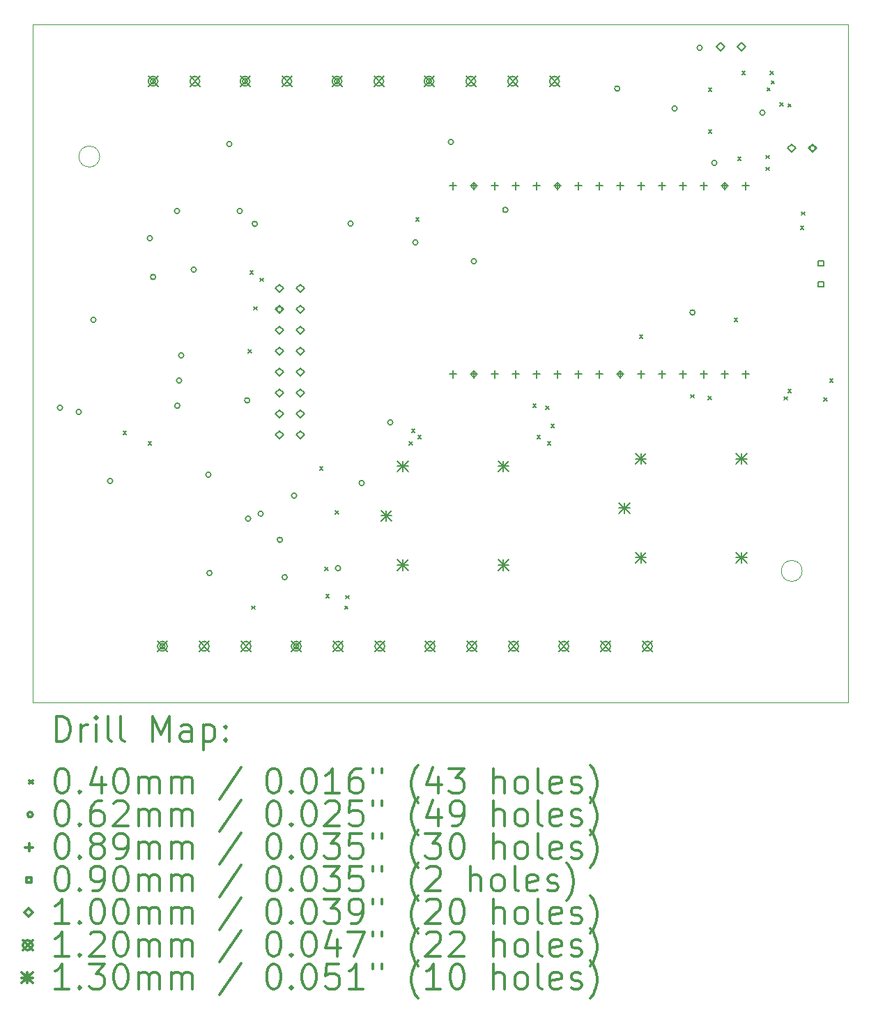
<source format=gbr>
%FSLAX45Y45*%
G04 Gerber Fmt 4.5, Leading zero omitted, Abs format (unit mm)*
G04 Created by KiCad (PCBNEW (5.1.9)-1) date 2021-01-27 15:24:58*
%MOMM*%
%LPD*%
G01*
G04 APERTURE LIST*
%TA.AperFunction,Profile*%
%ADD10C,0.050000*%
%TD*%
%ADD11C,0.200000*%
%ADD12C,0.300000*%
G04 APERTURE END LIST*
D10*
X16179800Y-11963400D02*
G75*
G03*
X16179800Y-11963400I-127000J0D01*
G01*
X7645400Y-6934200D02*
G75*
G03*
X7645400Y-6934200I-127000J0D01*
G01*
X6832600Y-13563600D02*
X6832600Y-5334000D01*
X16738600Y-13563600D02*
X6832600Y-13563600D01*
X16738600Y-5334000D02*
X16738600Y-13563600D01*
X6832600Y-5334000D02*
X16738600Y-5334000D01*
D11*
X7930200Y-10267000D02*
X7970200Y-10307000D01*
X7970200Y-10267000D02*
X7930200Y-10307000D01*
X8235000Y-10394000D02*
X8275000Y-10434000D01*
X8275000Y-10394000D02*
X8235000Y-10434000D01*
X9447600Y-9277891D02*
X9487600Y-9317891D01*
X9487600Y-9277891D02*
X9447600Y-9317891D01*
X9470575Y-8320225D02*
X9510575Y-8360225D01*
X9510575Y-8320225D02*
X9470575Y-8360225D01*
X9492300Y-12387900D02*
X9532300Y-12427900D01*
X9532300Y-12387900D02*
X9492300Y-12427900D01*
X9517700Y-8755700D02*
X9557700Y-8795700D01*
X9557700Y-8755700D02*
X9517700Y-8795700D01*
X9592852Y-8408498D02*
X9632852Y-8448498D01*
X9632852Y-8408498D02*
X9592852Y-8448498D01*
X10317800Y-10698800D02*
X10357800Y-10738800D01*
X10357800Y-10698800D02*
X10317800Y-10738800D01*
X10381300Y-11918000D02*
X10421300Y-11958000D01*
X10421300Y-11918000D02*
X10381300Y-11958000D01*
X10394000Y-12248200D02*
X10434000Y-12288200D01*
X10434000Y-12248200D02*
X10394000Y-12288200D01*
X10507901Y-11234924D02*
X10547901Y-11274924D01*
X10547901Y-11234924D02*
X10507901Y-11274924D01*
X10622600Y-12387900D02*
X10662600Y-12427900D01*
X10662600Y-12387900D02*
X10622600Y-12427900D01*
X10635300Y-12260900D02*
X10675300Y-12300900D01*
X10675300Y-12260900D02*
X10635300Y-12300900D01*
X11403400Y-10394000D02*
X11443400Y-10434000D01*
X11443400Y-10394000D02*
X11403400Y-10434000D01*
X11435400Y-10241600D02*
X11475400Y-10281600D01*
X11475400Y-10241600D02*
X11435400Y-10281600D01*
X11486200Y-7676200D02*
X11526200Y-7716200D01*
X11526200Y-7676200D02*
X11486200Y-7716200D01*
X11511600Y-10317800D02*
X11551600Y-10357800D01*
X11551600Y-10317800D02*
X11511600Y-10357800D01*
X12908600Y-9936800D02*
X12948600Y-9976800D01*
X12948600Y-9936800D02*
X12908600Y-9976800D01*
X12959400Y-10317800D02*
X12999400Y-10357800D01*
X12999400Y-10317800D02*
X12959400Y-10357800D01*
X13064700Y-9962200D02*
X13104700Y-10002200D01*
X13104700Y-9962200D02*
X13064700Y-10002200D01*
X13086400Y-10394000D02*
X13126400Y-10434000D01*
X13126400Y-10394000D02*
X13086400Y-10434000D01*
X13128405Y-10185822D02*
X13168405Y-10225822D01*
X13168405Y-10185822D02*
X13128405Y-10225822D01*
X14204000Y-9098600D02*
X14244000Y-9138600D01*
X14244000Y-9098600D02*
X14204000Y-9138600D01*
X14826300Y-9822500D02*
X14866300Y-9862500D01*
X14866300Y-9822500D02*
X14826300Y-9862500D01*
X15036315Y-9842015D02*
X15076315Y-9882015D01*
X15076315Y-9842015D02*
X15036315Y-9882015D01*
X15042200Y-6101400D02*
X15082200Y-6141400D01*
X15082200Y-6101400D02*
X15042200Y-6141400D01*
X15042200Y-6609400D02*
X15082200Y-6649400D01*
X15082200Y-6609400D02*
X15042200Y-6649400D01*
X15354796Y-8894396D02*
X15394796Y-8934396D01*
X15394796Y-8894396D02*
X15354796Y-8934396D01*
X15397800Y-6939600D02*
X15437800Y-6979600D01*
X15437800Y-6939600D02*
X15397800Y-6979600D01*
X15448600Y-5898201D02*
X15488600Y-5938201D01*
X15488600Y-5898201D02*
X15448600Y-5938201D01*
X15740700Y-6917900D02*
X15780700Y-6957900D01*
X15780700Y-6917900D02*
X15740700Y-6957900D01*
X15740700Y-7062900D02*
X15780700Y-7102900D01*
X15780700Y-7062900D02*
X15740700Y-7102900D01*
X15751238Y-6097325D02*
X15791238Y-6137325D01*
X15791238Y-6097325D02*
X15751238Y-6137325D01*
X15791500Y-5898200D02*
X15831500Y-5938200D01*
X15831500Y-5898200D02*
X15791500Y-5938200D01*
X15804200Y-6012500D02*
X15844200Y-6052500D01*
X15844200Y-6012500D02*
X15804200Y-6052500D01*
X15907580Y-6279978D02*
X15947580Y-6319978D01*
X15947580Y-6279978D02*
X15907580Y-6319978D01*
X15961834Y-9848016D02*
X16001834Y-9888016D01*
X16001834Y-9848016D02*
X15961834Y-9888016D01*
X16006794Y-6292506D02*
X16046794Y-6332506D01*
X16046794Y-6292506D02*
X16006794Y-6332506D01*
X16007400Y-9759000D02*
X16047400Y-9799000D01*
X16047400Y-9759000D02*
X16007400Y-9799000D01*
X16159800Y-7777800D02*
X16199800Y-7817800D01*
X16199800Y-7777800D02*
X16159800Y-7817800D01*
X16172500Y-7603700D02*
X16212500Y-7643700D01*
X16212500Y-7603700D02*
X16172500Y-7643700D01*
X16443402Y-9858913D02*
X16483402Y-9898913D01*
X16483402Y-9858913D02*
X16443402Y-9898913D01*
X16515400Y-9632000D02*
X16555400Y-9672000D01*
X16555400Y-9632000D02*
X16515400Y-9672000D01*
X7194050Y-9982200D02*
G75*
G03*
X7194050Y-9982200I-31250J0D01*
G01*
X7422650Y-10033000D02*
G75*
G03*
X7422650Y-10033000I-31250J0D01*
G01*
X7600450Y-8915400D02*
G75*
G03*
X7600450Y-8915400I-31250J0D01*
G01*
X7803650Y-10871200D02*
G75*
G03*
X7803650Y-10871200I-31250J0D01*
G01*
X8286250Y-7924800D02*
G75*
G03*
X8286250Y-7924800I-31250J0D01*
G01*
X8324350Y-6019800D02*
G75*
G03*
X8324350Y-6019800I-31250J0D01*
G01*
X8324850Y-8395200D02*
G75*
G03*
X8324850Y-8395200I-31250J0D01*
G01*
X8438650Y-12877800D02*
G75*
G03*
X8438650Y-12877800I-31250J0D01*
G01*
X8616450Y-7594600D02*
G75*
G03*
X8616450Y-7594600I-31250J0D01*
G01*
X8618050Y-9958400D02*
G75*
G03*
X8618050Y-9958400I-31250J0D01*
G01*
X8641850Y-9652000D02*
G75*
G03*
X8641850Y-9652000I-31250J0D01*
G01*
X8667250Y-9347200D02*
G75*
G03*
X8667250Y-9347200I-31250J0D01*
G01*
X8819650Y-8305800D02*
G75*
G03*
X8819650Y-8305800I-31250J0D01*
G01*
X8997450Y-10795000D02*
G75*
G03*
X8997450Y-10795000I-31250J0D01*
G01*
X9010150Y-11988800D02*
G75*
G03*
X9010150Y-11988800I-31250J0D01*
G01*
X9251450Y-6781800D02*
G75*
G03*
X9251450Y-6781800I-31250J0D01*
G01*
X9378450Y-7594600D02*
G75*
G03*
X9378450Y-7594600I-31250J0D01*
G01*
X9441950Y-6019800D02*
G75*
G03*
X9441950Y-6019800I-31250J0D01*
G01*
X9467350Y-9893300D02*
G75*
G03*
X9467350Y-9893300I-31250J0D01*
G01*
X9480050Y-11328400D02*
G75*
G03*
X9480050Y-11328400I-31250J0D01*
G01*
X9559925Y-7750675D02*
G75*
G03*
X9559925Y-7750675I-31250J0D01*
G01*
X9632450Y-11268800D02*
G75*
G03*
X9632450Y-11268800I-31250J0D01*
G01*
X9861050Y-8788400D02*
G75*
G03*
X9861050Y-8788400I-31250J0D01*
G01*
X9864725Y-11586075D02*
G75*
G03*
X9864725Y-11586075I-31250J0D01*
G01*
X9924550Y-12039600D02*
G75*
G03*
X9924550Y-12039600I-31250J0D01*
G01*
X10038850Y-11049000D02*
G75*
G03*
X10038850Y-11049000I-31250J0D01*
G01*
X10064250Y-12877800D02*
G75*
G03*
X10064250Y-12877800I-31250J0D01*
G01*
X10559550Y-6019800D02*
G75*
G03*
X10559550Y-6019800I-31250J0D01*
G01*
X10572250Y-11930150D02*
G75*
G03*
X10572250Y-11930150I-31250J0D01*
G01*
X10724650Y-7747000D02*
G75*
G03*
X10724650Y-7747000I-31250J0D01*
G01*
X10858450Y-10896600D02*
G75*
G03*
X10858450Y-10896600I-31250J0D01*
G01*
X11207250Y-10160000D02*
G75*
G03*
X11207250Y-10160000I-31250J0D01*
G01*
X11512050Y-7975600D02*
G75*
G03*
X11512050Y-7975600I-31250J0D01*
G01*
X11677150Y-6019800D02*
G75*
G03*
X11677150Y-6019800I-31250J0D01*
G01*
X11943850Y-6756400D02*
G75*
G03*
X11943850Y-6756400I-31250J0D01*
G01*
X12223250Y-7289800D02*
G75*
G03*
X12223250Y-7289800I-31250J0D01*
G01*
X12223250Y-8204200D02*
G75*
G03*
X12223250Y-8204200I-31250J0D01*
G01*
X12223250Y-9575800D02*
G75*
G03*
X12223250Y-9575800I-31250J0D01*
G01*
X12604250Y-7581900D02*
G75*
G03*
X12604250Y-7581900I-31250J0D01*
G01*
X13239250Y-7289800D02*
G75*
G03*
X13239250Y-7289800I-31250J0D01*
G01*
X13963150Y-6108700D02*
G75*
G03*
X13963150Y-6108700I-31250J0D01*
G01*
X14001250Y-9575800D02*
G75*
G03*
X14001250Y-9575800I-31250J0D01*
G01*
X14661650Y-6350000D02*
G75*
G03*
X14661650Y-6350000I-31250J0D01*
G01*
X14877550Y-8826500D02*
G75*
G03*
X14877550Y-8826500I-31250J0D01*
G01*
X14966450Y-5613400D02*
G75*
G03*
X14966450Y-5613400I-31250J0D01*
G01*
X15144250Y-7010400D02*
G75*
G03*
X15144250Y-7010400I-31250J0D01*
G01*
X15271250Y-7289800D02*
G75*
G03*
X15271250Y-7289800I-31250J0D01*
G01*
X15728450Y-6400800D02*
G75*
G03*
X15728450Y-6400800I-31250J0D01*
G01*
X16338050Y-6832600D02*
G75*
G03*
X16338050Y-6832600I-31250J0D01*
G01*
X11938000Y-7245350D02*
X11938000Y-7334250D01*
X11893550Y-7289800D02*
X11982450Y-7289800D01*
X11938000Y-9531350D02*
X11938000Y-9620250D01*
X11893550Y-9575800D02*
X11982450Y-9575800D01*
X12192000Y-7245350D02*
X12192000Y-7334250D01*
X12147550Y-7289800D02*
X12236450Y-7289800D01*
X12192000Y-9531350D02*
X12192000Y-9620250D01*
X12147550Y-9575800D02*
X12236450Y-9575800D01*
X12446000Y-7245350D02*
X12446000Y-7334250D01*
X12401550Y-7289800D02*
X12490450Y-7289800D01*
X12446000Y-9531350D02*
X12446000Y-9620250D01*
X12401550Y-9575800D02*
X12490450Y-9575800D01*
X12700000Y-7245350D02*
X12700000Y-7334250D01*
X12655550Y-7289800D02*
X12744450Y-7289800D01*
X12700000Y-9531350D02*
X12700000Y-9620250D01*
X12655550Y-9575800D02*
X12744450Y-9575800D01*
X12954000Y-7245350D02*
X12954000Y-7334250D01*
X12909550Y-7289800D02*
X12998450Y-7289800D01*
X12954000Y-9531350D02*
X12954000Y-9620250D01*
X12909550Y-9575800D02*
X12998450Y-9575800D01*
X13208000Y-7245350D02*
X13208000Y-7334250D01*
X13163550Y-7289800D02*
X13252450Y-7289800D01*
X13208000Y-9531350D02*
X13208000Y-9620250D01*
X13163550Y-9575800D02*
X13252450Y-9575800D01*
X13462000Y-7245350D02*
X13462000Y-7334250D01*
X13417550Y-7289800D02*
X13506450Y-7289800D01*
X13462000Y-9531350D02*
X13462000Y-9620250D01*
X13417550Y-9575800D02*
X13506450Y-9575800D01*
X13716000Y-7245350D02*
X13716000Y-7334250D01*
X13671550Y-7289800D02*
X13760450Y-7289800D01*
X13716000Y-9531350D02*
X13716000Y-9620250D01*
X13671550Y-9575800D02*
X13760450Y-9575800D01*
X13970000Y-7245350D02*
X13970000Y-7334250D01*
X13925550Y-7289800D02*
X14014450Y-7289800D01*
X13970000Y-9531350D02*
X13970000Y-9620250D01*
X13925550Y-9575800D02*
X14014450Y-9575800D01*
X14224000Y-7245350D02*
X14224000Y-7334250D01*
X14179550Y-7289800D02*
X14268450Y-7289800D01*
X14224000Y-9531350D02*
X14224000Y-9620250D01*
X14179550Y-9575800D02*
X14268450Y-9575800D01*
X14478000Y-7245350D02*
X14478000Y-7334250D01*
X14433550Y-7289800D02*
X14522450Y-7289800D01*
X14478000Y-9531350D02*
X14478000Y-9620250D01*
X14433550Y-9575800D02*
X14522450Y-9575800D01*
X14732000Y-7245350D02*
X14732000Y-7334250D01*
X14687550Y-7289800D02*
X14776450Y-7289800D01*
X14732000Y-9531350D02*
X14732000Y-9620250D01*
X14687550Y-9575800D02*
X14776450Y-9575800D01*
X14986000Y-7245350D02*
X14986000Y-7334250D01*
X14941550Y-7289800D02*
X15030450Y-7289800D01*
X14986000Y-9531350D02*
X14986000Y-9620250D01*
X14941550Y-9575800D02*
X15030450Y-9575800D01*
X15240000Y-7245350D02*
X15240000Y-7334250D01*
X15195550Y-7289800D02*
X15284450Y-7289800D01*
X15240000Y-9531350D02*
X15240000Y-9620250D01*
X15195550Y-9575800D02*
X15284450Y-9575800D01*
X15494000Y-7245350D02*
X15494000Y-7334250D01*
X15449550Y-7289800D02*
X15538450Y-7289800D01*
X15494000Y-9531350D02*
X15494000Y-9620250D01*
X15449550Y-9575800D02*
X15538450Y-9575800D01*
X16440220Y-8261420D02*
X16440220Y-8197780D01*
X16376580Y-8197780D01*
X16376580Y-8261420D01*
X16440220Y-8261420D01*
X16440220Y-8515420D02*
X16440220Y-8451780D01*
X16376580Y-8451780D01*
X16376580Y-8515420D01*
X16440220Y-8515420D01*
X9829800Y-8584400D02*
X9879800Y-8534400D01*
X9829800Y-8484400D01*
X9779800Y-8534400D01*
X9829800Y-8584400D01*
X9829800Y-8838400D02*
X9879800Y-8788400D01*
X9829800Y-8738400D01*
X9779800Y-8788400D01*
X9829800Y-8838400D01*
X9829800Y-9092400D02*
X9879800Y-9042400D01*
X9829800Y-8992400D01*
X9779800Y-9042400D01*
X9829800Y-9092400D01*
X9829800Y-9346400D02*
X9879800Y-9296400D01*
X9829800Y-9246400D01*
X9779800Y-9296400D01*
X9829800Y-9346400D01*
X9829800Y-9600400D02*
X9879800Y-9550400D01*
X9829800Y-9500400D01*
X9779800Y-9550400D01*
X9829800Y-9600400D01*
X9829800Y-9854400D02*
X9879800Y-9804400D01*
X9829800Y-9754400D01*
X9779800Y-9804400D01*
X9829800Y-9854400D01*
X9829800Y-10108400D02*
X9879800Y-10058400D01*
X9829800Y-10008400D01*
X9779800Y-10058400D01*
X9829800Y-10108400D01*
X9829800Y-10362400D02*
X9879800Y-10312400D01*
X9829800Y-10262400D01*
X9779800Y-10312400D01*
X9829800Y-10362400D01*
X10083800Y-8584400D02*
X10133800Y-8534400D01*
X10083800Y-8484400D01*
X10033800Y-8534400D01*
X10083800Y-8584400D01*
X10083800Y-8838400D02*
X10133800Y-8788400D01*
X10083800Y-8738400D01*
X10033800Y-8788400D01*
X10083800Y-8838400D01*
X10083800Y-9092400D02*
X10133800Y-9042400D01*
X10083800Y-8992400D01*
X10033800Y-9042400D01*
X10083800Y-9092400D01*
X10083800Y-9346400D02*
X10133800Y-9296400D01*
X10083800Y-9246400D01*
X10033800Y-9296400D01*
X10083800Y-9346400D01*
X10083800Y-9600400D02*
X10133800Y-9550400D01*
X10083800Y-9500400D01*
X10033800Y-9550400D01*
X10083800Y-9600400D01*
X10083800Y-9854400D02*
X10133800Y-9804400D01*
X10083800Y-9754400D01*
X10033800Y-9804400D01*
X10083800Y-9854400D01*
X10083800Y-10108400D02*
X10133800Y-10058400D01*
X10083800Y-10008400D01*
X10033800Y-10058400D01*
X10083800Y-10108400D01*
X10083800Y-10362400D02*
X10133800Y-10312400D01*
X10083800Y-10262400D01*
X10033800Y-10312400D01*
X10083800Y-10362400D01*
X15189200Y-5650700D02*
X15239200Y-5600700D01*
X15189200Y-5550700D01*
X15139200Y-5600700D01*
X15189200Y-5650700D01*
X15443200Y-5650700D02*
X15493200Y-5600700D01*
X15443200Y-5550700D01*
X15393200Y-5600700D01*
X15443200Y-5650700D01*
X16052800Y-6882600D02*
X16102800Y-6832600D01*
X16052800Y-6782600D01*
X16002800Y-6832600D01*
X16052800Y-6882600D01*
X16306800Y-6882600D02*
X16356800Y-6832600D01*
X16306800Y-6782600D01*
X16256800Y-6832600D01*
X16306800Y-6882600D01*
X8233100Y-5959800D02*
X8353100Y-6079800D01*
X8353100Y-5959800D02*
X8233100Y-6079800D01*
X8353100Y-6019800D02*
G75*
G03*
X8353100Y-6019800I-60000J0D01*
G01*
X8347400Y-12817800D02*
X8467400Y-12937800D01*
X8467400Y-12817800D02*
X8347400Y-12937800D01*
X8467400Y-12877800D02*
G75*
G03*
X8467400Y-12877800I-60000J0D01*
G01*
X8741100Y-5959800D02*
X8861100Y-6079800D01*
X8861100Y-5959800D02*
X8741100Y-6079800D01*
X8861100Y-6019800D02*
G75*
G03*
X8861100Y-6019800I-60000J0D01*
G01*
X8855400Y-12817800D02*
X8975400Y-12937800D01*
X8975400Y-12817800D02*
X8855400Y-12937800D01*
X8975400Y-12877800D02*
G75*
G03*
X8975400Y-12877800I-60000J0D01*
G01*
X9350700Y-5959800D02*
X9470700Y-6079800D01*
X9470700Y-5959800D02*
X9350700Y-6079800D01*
X9470700Y-6019800D02*
G75*
G03*
X9470700Y-6019800I-60000J0D01*
G01*
X9363400Y-12817800D02*
X9483400Y-12937800D01*
X9483400Y-12817800D02*
X9363400Y-12937800D01*
X9483400Y-12877800D02*
G75*
G03*
X9483400Y-12877800I-60000J0D01*
G01*
X9858700Y-5959800D02*
X9978700Y-6079800D01*
X9978700Y-5959800D02*
X9858700Y-6079800D01*
X9978700Y-6019800D02*
G75*
G03*
X9978700Y-6019800I-60000J0D01*
G01*
X9973000Y-12817800D02*
X10093000Y-12937800D01*
X10093000Y-12817800D02*
X9973000Y-12937800D01*
X10093000Y-12877800D02*
G75*
G03*
X10093000Y-12877800I-60000J0D01*
G01*
X10468300Y-5959800D02*
X10588300Y-6079800D01*
X10588300Y-5959800D02*
X10468300Y-6079800D01*
X10588300Y-6019800D02*
G75*
G03*
X10588300Y-6019800I-60000J0D01*
G01*
X10481000Y-12817800D02*
X10601000Y-12937800D01*
X10601000Y-12817800D02*
X10481000Y-12937800D01*
X10601000Y-12877800D02*
G75*
G03*
X10601000Y-12877800I-60000J0D01*
G01*
X10976300Y-5959800D02*
X11096300Y-6079800D01*
X11096300Y-5959800D02*
X10976300Y-6079800D01*
X11096300Y-6019800D02*
G75*
G03*
X11096300Y-6019800I-60000J0D01*
G01*
X10989000Y-12817800D02*
X11109000Y-12937800D01*
X11109000Y-12817800D02*
X10989000Y-12937800D01*
X11109000Y-12877800D02*
G75*
G03*
X11109000Y-12877800I-60000J0D01*
G01*
X11585900Y-5959800D02*
X11705900Y-6079800D01*
X11705900Y-5959800D02*
X11585900Y-6079800D01*
X11705900Y-6019800D02*
G75*
G03*
X11705900Y-6019800I-60000J0D01*
G01*
X11598600Y-12817800D02*
X11718600Y-12937800D01*
X11718600Y-12817800D02*
X11598600Y-12937800D01*
X11718600Y-12877800D02*
G75*
G03*
X11718600Y-12877800I-60000J0D01*
G01*
X12093900Y-5959800D02*
X12213900Y-6079800D01*
X12213900Y-5959800D02*
X12093900Y-6079800D01*
X12213900Y-6019800D02*
G75*
G03*
X12213900Y-6019800I-60000J0D01*
G01*
X12106600Y-12817800D02*
X12226600Y-12937800D01*
X12226600Y-12817800D02*
X12106600Y-12937800D01*
X12226600Y-12877800D02*
G75*
G03*
X12226600Y-12877800I-60000J0D01*
G01*
X12601900Y-5959800D02*
X12721900Y-6079800D01*
X12721900Y-5959800D02*
X12601900Y-6079800D01*
X12721900Y-6019800D02*
G75*
G03*
X12721900Y-6019800I-60000J0D01*
G01*
X12614600Y-12817800D02*
X12734600Y-12937800D01*
X12734600Y-12817800D02*
X12614600Y-12937800D01*
X12734600Y-12877800D02*
G75*
G03*
X12734600Y-12877800I-60000J0D01*
G01*
X13109900Y-5959800D02*
X13229900Y-6079800D01*
X13229900Y-5959800D02*
X13109900Y-6079800D01*
X13229900Y-6019800D02*
G75*
G03*
X13229900Y-6019800I-60000J0D01*
G01*
X13224200Y-12817800D02*
X13344200Y-12937800D01*
X13344200Y-12817800D02*
X13224200Y-12937800D01*
X13344200Y-12877800D02*
G75*
G03*
X13344200Y-12877800I-60000J0D01*
G01*
X13732200Y-12817800D02*
X13852200Y-12937800D01*
X13852200Y-12817800D02*
X13732200Y-12937800D01*
X13852200Y-12877800D02*
G75*
G03*
X13852200Y-12877800I-60000J0D01*
G01*
X14240200Y-12817800D02*
X14360200Y-12937800D01*
X14360200Y-12817800D02*
X14240200Y-12937800D01*
X14360200Y-12877800D02*
G75*
G03*
X14360200Y-12877800I-60000J0D01*
G01*
X11063400Y-11228400D02*
X11193400Y-11358400D01*
X11193400Y-11228400D02*
X11063400Y-11358400D01*
X11128400Y-11228400D02*
X11128400Y-11358400D01*
X11063400Y-11293400D02*
X11193400Y-11293400D01*
X11263400Y-10628400D02*
X11393400Y-10758400D01*
X11393400Y-10628400D02*
X11263400Y-10758400D01*
X11328400Y-10628400D02*
X11328400Y-10758400D01*
X11263400Y-10693400D02*
X11393400Y-10693400D01*
X11263400Y-11828400D02*
X11393400Y-11958400D01*
X11393400Y-11828400D02*
X11263400Y-11958400D01*
X11328400Y-11828400D02*
X11328400Y-11958400D01*
X11263400Y-11893400D02*
X11393400Y-11893400D01*
X12483400Y-10628400D02*
X12613400Y-10758400D01*
X12613400Y-10628400D02*
X12483400Y-10758400D01*
X12548400Y-10628400D02*
X12548400Y-10758400D01*
X12483400Y-10693400D02*
X12613400Y-10693400D01*
X12483400Y-11828400D02*
X12613400Y-11958400D01*
X12613400Y-11828400D02*
X12483400Y-11958400D01*
X12548400Y-11828400D02*
X12548400Y-11958400D01*
X12483400Y-11893400D02*
X12613400Y-11893400D01*
X13955800Y-11136400D02*
X14085800Y-11266400D01*
X14085800Y-11136400D02*
X13955800Y-11266400D01*
X14020800Y-11136400D02*
X14020800Y-11266400D01*
X13955800Y-11201400D02*
X14085800Y-11201400D01*
X14155800Y-10536400D02*
X14285800Y-10666400D01*
X14285800Y-10536400D02*
X14155800Y-10666400D01*
X14220800Y-10536400D02*
X14220800Y-10666400D01*
X14155800Y-10601400D02*
X14285800Y-10601400D01*
X14155800Y-11736400D02*
X14285800Y-11866400D01*
X14285800Y-11736400D02*
X14155800Y-11866400D01*
X14220800Y-11736400D02*
X14220800Y-11866400D01*
X14155800Y-11801400D02*
X14285800Y-11801400D01*
X15375800Y-10536400D02*
X15505800Y-10666400D01*
X15505800Y-10536400D02*
X15375800Y-10666400D01*
X15440800Y-10536400D02*
X15440800Y-10666400D01*
X15375800Y-10601400D02*
X15505800Y-10601400D01*
X15375800Y-11736400D02*
X15505800Y-11866400D01*
X15505800Y-11736400D02*
X15375800Y-11866400D01*
X15440800Y-11736400D02*
X15440800Y-11866400D01*
X15375800Y-11801400D02*
X15505800Y-11801400D01*
D12*
X7116528Y-14031814D02*
X7116528Y-13731814D01*
X7187957Y-13731814D01*
X7230814Y-13746100D01*
X7259386Y-13774671D01*
X7273671Y-13803243D01*
X7287957Y-13860386D01*
X7287957Y-13903243D01*
X7273671Y-13960386D01*
X7259386Y-13988957D01*
X7230814Y-14017529D01*
X7187957Y-14031814D01*
X7116528Y-14031814D01*
X7416528Y-14031814D02*
X7416528Y-13831814D01*
X7416528Y-13888957D02*
X7430814Y-13860386D01*
X7445100Y-13846100D01*
X7473671Y-13831814D01*
X7502243Y-13831814D01*
X7602243Y-14031814D02*
X7602243Y-13831814D01*
X7602243Y-13731814D02*
X7587957Y-13746100D01*
X7602243Y-13760386D01*
X7616528Y-13746100D01*
X7602243Y-13731814D01*
X7602243Y-13760386D01*
X7787957Y-14031814D02*
X7759386Y-14017529D01*
X7745100Y-13988957D01*
X7745100Y-13731814D01*
X7945100Y-14031814D02*
X7916528Y-14017529D01*
X7902243Y-13988957D01*
X7902243Y-13731814D01*
X8287957Y-14031814D02*
X8287957Y-13731814D01*
X8387957Y-13946100D01*
X8487957Y-13731814D01*
X8487957Y-14031814D01*
X8759386Y-14031814D02*
X8759386Y-13874671D01*
X8745100Y-13846100D01*
X8716528Y-13831814D01*
X8659386Y-13831814D01*
X8630814Y-13846100D01*
X8759386Y-14017529D02*
X8730814Y-14031814D01*
X8659386Y-14031814D01*
X8630814Y-14017529D01*
X8616528Y-13988957D01*
X8616528Y-13960386D01*
X8630814Y-13931814D01*
X8659386Y-13917529D01*
X8730814Y-13917529D01*
X8759386Y-13903243D01*
X8902243Y-13831814D02*
X8902243Y-14131814D01*
X8902243Y-13846100D02*
X8930814Y-13831814D01*
X8987957Y-13831814D01*
X9016528Y-13846100D01*
X9030814Y-13860386D01*
X9045100Y-13888957D01*
X9045100Y-13974671D01*
X9030814Y-14003243D01*
X9016528Y-14017529D01*
X8987957Y-14031814D01*
X8930814Y-14031814D01*
X8902243Y-14017529D01*
X9173671Y-14003243D02*
X9187957Y-14017529D01*
X9173671Y-14031814D01*
X9159386Y-14017529D01*
X9173671Y-14003243D01*
X9173671Y-14031814D01*
X9173671Y-13846100D02*
X9187957Y-13860386D01*
X9173671Y-13874671D01*
X9159386Y-13860386D01*
X9173671Y-13846100D01*
X9173671Y-13874671D01*
X6790100Y-14506100D02*
X6830100Y-14546100D01*
X6830100Y-14506100D02*
X6790100Y-14546100D01*
X7173671Y-14361814D02*
X7202243Y-14361814D01*
X7230814Y-14376100D01*
X7245100Y-14390386D01*
X7259386Y-14418957D01*
X7273671Y-14476100D01*
X7273671Y-14547529D01*
X7259386Y-14604671D01*
X7245100Y-14633243D01*
X7230814Y-14647529D01*
X7202243Y-14661814D01*
X7173671Y-14661814D01*
X7145100Y-14647529D01*
X7130814Y-14633243D01*
X7116528Y-14604671D01*
X7102243Y-14547529D01*
X7102243Y-14476100D01*
X7116528Y-14418957D01*
X7130814Y-14390386D01*
X7145100Y-14376100D01*
X7173671Y-14361814D01*
X7402243Y-14633243D02*
X7416528Y-14647529D01*
X7402243Y-14661814D01*
X7387957Y-14647529D01*
X7402243Y-14633243D01*
X7402243Y-14661814D01*
X7673671Y-14461814D02*
X7673671Y-14661814D01*
X7602243Y-14347529D02*
X7530814Y-14561814D01*
X7716528Y-14561814D01*
X7887957Y-14361814D02*
X7916528Y-14361814D01*
X7945100Y-14376100D01*
X7959386Y-14390386D01*
X7973671Y-14418957D01*
X7987957Y-14476100D01*
X7987957Y-14547529D01*
X7973671Y-14604671D01*
X7959386Y-14633243D01*
X7945100Y-14647529D01*
X7916528Y-14661814D01*
X7887957Y-14661814D01*
X7859386Y-14647529D01*
X7845100Y-14633243D01*
X7830814Y-14604671D01*
X7816528Y-14547529D01*
X7816528Y-14476100D01*
X7830814Y-14418957D01*
X7845100Y-14390386D01*
X7859386Y-14376100D01*
X7887957Y-14361814D01*
X8116528Y-14661814D02*
X8116528Y-14461814D01*
X8116528Y-14490386D02*
X8130814Y-14476100D01*
X8159386Y-14461814D01*
X8202243Y-14461814D01*
X8230814Y-14476100D01*
X8245100Y-14504671D01*
X8245100Y-14661814D01*
X8245100Y-14504671D02*
X8259386Y-14476100D01*
X8287957Y-14461814D01*
X8330814Y-14461814D01*
X8359386Y-14476100D01*
X8373671Y-14504671D01*
X8373671Y-14661814D01*
X8516528Y-14661814D02*
X8516528Y-14461814D01*
X8516528Y-14490386D02*
X8530814Y-14476100D01*
X8559386Y-14461814D01*
X8602243Y-14461814D01*
X8630814Y-14476100D01*
X8645100Y-14504671D01*
X8645100Y-14661814D01*
X8645100Y-14504671D02*
X8659386Y-14476100D01*
X8687957Y-14461814D01*
X8730814Y-14461814D01*
X8759386Y-14476100D01*
X8773671Y-14504671D01*
X8773671Y-14661814D01*
X9359386Y-14347529D02*
X9102243Y-14733243D01*
X9745100Y-14361814D02*
X9773671Y-14361814D01*
X9802243Y-14376100D01*
X9816528Y-14390386D01*
X9830814Y-14418957D01*
X9845100Y-14476100D01*
X9845100Y-14547529D01*
X9830814Y-14604671D01*
X9816528Y-14633243D01*
X9802243Y-14647529D01*
X9773671Y-14661814D01*
X9745100Y-14661814D01*
X9716528Y-14647529D01*
X9702243Y-14633243D01*
X9687957Y-14604671D01*
X9673671Y-14547529D01*
X9673671Y-14476100D01*
X9687957Y-14418957D01*
X9702243Y-14390386D01*
X9716528Y-14376100D01*
X9745100Y-14361814D01*
X9973671Y-14633243D02*
X9987957Y-14647529D01*
X9973671Y-14661814D01*
X9959386Y-14647529D01*
X9973671Y-14633243D01*
X9973671Y-14661814D01*
X10173671Y-14361814D02*
X10202243Y-14361814D01*
X10230814Y-14376100D01*
X10245100Y-14390386D01*
X10259386Y-14418957D01*
X10273671Y-14476100D01*
X10273671Y-14547529D01*
X10259386Y-14604671D01*
X10245100Y-14633243D01*
X10230814Y-14647529D01*
X10202243Y-14661814D01*
X10173671Y-14661814D01*
X10145100Y-14647529D01*
X10130814Y-14633243D01*
X10116528Y-14604671D01*
X10102243Y-14547529D01*
X10102243Y-14476100D01*
X10116528Y-14418957D01*
X10130814Y-14390386D01*
X10145100Y-14376100D01*
X10173671Y-14361814D01*
X10559386Y-14661814D02*
X10387957Y-14661814D01*
X10473671Y-14661814D02*
X10473671Y-14361814D01*
X10445100Y-14404671D01*
X10416528Y-14433243D01*
X10387957Y-14447529D01*
X10816528Y-14361814D02*
X10759386Y-14361814D01*
X10730814Y-14376100D01*
X10716528Y-14390386D01*
X10687957Y-14433243D01*
X10673671Y-14490386D01*
X10673671Y-14604671D01*
X10687957Y-14633243D01*
X10702243Y-14647529D01*
X10730814Y-14661814D01*
X10787957Y-14661814D01*
X10816528Y-14647529D01*
X10830814Y-14633243D01*
X10845100Y-14604671D01*
X10845100Y-14533243D01*
X10830814Y-14504671D01*
X10816528Y-14490386D01*
X10787957Y-14476100D01*
X10730814Y-14476100D01*
X10702243Y-14490386D01*
X10687957Y-14504671D01*
X10673671Y-14533243D01*
X10959386Y-14361814D02*
X10959386Y-14418957D01*
X11073671Y-14361814D02*
X11073671Y-14418957D01*
X11516528Y-14776100D02*
X11502243Y-14761814D01*
X11473671Y-14718957D01*
X11459386Y-14690386D01*
X11445100Y-14647529D01*
X11430814Y-14576100D01*
X11430814Y-14518957D01*
X11445100Y-14447529D01*
X11459386Y-14404671D01*
X11473671Y-14376100D01*
X11502243Y-14333243D01*
X11516528Y-14318957D01*
X11759386Y-14461814D02*
X11759386Y-14661814D01*
X11687957Y-14347529D02*
X11616528Y-14561814D01*
X11802243Y-14561814D01*
X11887957Y-14361814D02*
X12073671Y-14361814D01*
X11973671Y-14476100D01*
X12016528Y-14476100D01*
X12045100Y-14490386D01*
X12059386Y-14504671D01*
X12073671Y-14533243D01*
X12073671Y-14604671D01*
X12059386Y-14633243D01*
X12045100Y-14647529D01*
X12016528Y-14661814D01*
X11930814Y-14661814D01*
X11902243Y-14647529D01*
X11887957Y-14633243D01*
X12430814Y-14661814D02*
X12430814Y-14361814D01*
X12559386Y-14661814D02*
X12559386Y-14504671D01*
X12545100Y-14476100D01*
X12516528Y-14461814D01*
X12473671Y-14461814D01*
X12445100Y-14476100D01*
X12430814Y-14490386D01*
X12745100Y-14661814D02*
X12716528Y-14647529D01*
X12702243Y-14633243D01*
X12687957Y-14604671D01*
X12687957Y-14518957D01*
X12702243Y-14490386D01*
X12716528Y-14476100D01*
X12745100Y-14461814D01*
X12787957Y-14461814D01*
X12816528Y-14476100D01*
X12830814Y-14490386D01*
X12845100Y-14518957D01*
X12845100Y-14604671D01*
X12830814Y-14633243D01*
X12816528Y-14647529D01*
X12787957Y-14661814D01*
X12745100Y-14661814D01*
X13016528Y-14661814D02*
X12987957Y-14647529D01*
X12973671Y-14618957D01*
X12973671Y-14361814D01*
X13245100Y-14647529D02*
X13216528Y-14661814D01*
X13159386Y-14661814D01*
X13130814Y-14647529D01*
X13116528Y-14618957D01*
X13116528Y-14504671D01*
X13130814Y-14476100D01*
X13159386Y-14461814D01*
X13216528Y-14461814D01*
X13245100Y-14476100D01*
X13259386Y-14504671D01*
X13259386Y-14533243D01*
X13116528Y-14561814D01*
X13373671Y-14647529D02*
X13402243Y-14661814D01*
X13459386Y-14661814D01*
X13487957Y-14647529D01*
X13502243Y-14618957D01*
X13502243Y-14604671D01*
X13487957Y-14576100D01*
X13459386Y-14561814D01*
X13416528Y-14561814D01*
X13387957Y-14547529D01*
X13373671Y-14518957D01*
X13373671Y-14504671D01*
X13387957Y-14476100D01*
X13416528Y-14461814D01*
X13459386Y-14461814D01*
X13487957Y-14476100D01*
X13602243Y-14776100D02*
X13616528Y-14761814D01*
X13645100Y-14718957D01*
X13659386Y-14690386D01*
X13673671Y-14647529D01*
X13687957Y-14576100D01*
X13687957Y-14518957D01*
X13673671Y-14447529D01*
X13659386Y-14404671D01*
X13645100Y-14376100D01*
X13616528Y-14333243D01*
X13602243Y-14318957D01*
X6830100Y-14922100D02*
G75*
G03*
X6830100Y-14922100I-31250J0D01*
G01*
X7173671Y-14757814D02*
X7202243Y-14757814D01*
X7230814Y-14772100D01*
X7245100Y-14786386D01*
X7259386Y-14814957D01*
X7273671Y-14872100D01*
X7273671Y-14943529D01*
X7259386Y-15000671D01*
X7245100Y-15029243D01*
X7230814Y-15043529D01*
X7202243Y-15057814D01*
X7173671Y-15057814D01*
X7145100Y-15043529D01*
X7130814Y-15029243D01*
X7116528Y-15000671D01*
X7102243Y-14943529D01*
X7102243Y-14872100D01*
X7116528Y-14814957D01*
X7130814Y-14786386D01*
X7145100Y-14772100D01*
X7173671Y-14757814D01*
X7402243Y-15029243D02*
X7416528Y-15043529D01*
X7402243Y-15057814D01*
X7387957Y-15043529D01*
X7402243Y-15029243D01*
X7402243Y-15057814D01*
X7673671Y-14757814D02*
X7616528Y-14757814D01*
X7587957Y-14772100D01*
X7573671Y-14786386D01*
X7545100Y-14829243D01*
X7530814Y-14886386D01*
X7530814Y-15000671D01*
X7545100Y-15029243D01*
X7559386Y-15043529D01*
X7587957Y-15057814D01*
X7645100Y-15057814D01*
X7673671Y-15043529D01*
X7687957Y-15029243D01*
X7702243Y-15000671D01*
X7702243Y-14929243D01*
X7687957Y-14900671D01*
X7673671Y-14886386D01*
X7645100Y-14872100D01*
X7587957Y-14872100D01*
X7559386Y-14886386D01*
X7545100Y-14900671D01*
X7530814Y-14929243D01*
X7816528Y-14786386D02*
X7830814Y-14772100D01*
X7859386Y-14757814D01*
X7930814Y-14757814D01*
X7959386Y-14772100D01*
X7973671Y-14786386D01*
X7987957Y-14814957D01*
X7987957Y-14843529D01*
X7973671Y-14886386D01*
X7802243Y-15057814D01*
X7987957Y-15057814D01*
X8116528Y-15057814D02*
X8116528Y-14857814D01*
X8116528Y-14886386D02*
X8130814Y-14872100D01*
X8159386Y-14857814D01*
X8202243Y-14857814D01*
X8230814Y-14872100D01*
X8245100Y-14900671D01*
X8245100Y-15057814D01*
X8245100Y-14900671D02*
X8259386Y-14872100D01*
X8287957Y-14857814D01*
X8330814Y-14857814D01*
X8359386Y-14872100D01*
X8373671Y-14900671D01*
X8373671Y-15057814D01*
X8516528Y-15057814D02*
X8516528Y-14857814D01*
X8516528Y-14886386D02*
X8530814Y-14872100D01*
X8559386Y-14857814D01*
X8602243Y-14857814D01*
X8630814Y-14872100D01*
X8645100Y-14900671D01*
X8645100Y-15057814D01*
X8645100Y-14900671D02*
X8659386Y-14872100D01*
X8687957Y-14857814D01*
X8730814Y-14857814D01*
X8759386Y-14872100D01*
X8773671Y-14900671D01*
X8773671Y-15057814D01*
X9359386Y-14743529D02*
X9102243Y-15129243D01*
X9745100Y-14757814D02*
X9773671Y-14757814D01*
X9802243Y-14772100D01*
X9816528Y-14786386D01*
X9830814Y-14814957D01*
X9845100Y-14872100D01*
X9845100Y-14943529D01*
X9830814Y-15000671D01*
X9816528Y-15029243D01*
X9802243Y-15043529D01*
X9773671Y-15057814D01*
X9745100Y-15057814D01*
X9716528Y-15043529D01*
X9702243Y-15029243D01*
X9687957Y-15000671D01*
X9673671Y-14943529D01*
X9673671Y-14872100D01*
X9687957Y-14814957D01*
X9702243Y-14786386D01*
X9716528Y-14772100D01*
X9745100Y-14757814D01*
X9973671Y-15029243D02*
X9987957Y-15043529D01*
X9973671Y-15057814D01*
X9959386Y-15043529D01*
X9973671Y-15029243D01*
X9973671Y-15057814D01*
X10173671Y-14757814D02*
X10202243Y-14757814D01*
X10230814Y-14772100D01*
X10245100Y-14786386D01*
X10259386Y-14814957D01*
X10273671Y-14872100D01*
X10273671Y-14943529D01*
X10259386Y-15000671D01*
X10245100Y-15029243D01*
X10230814Y-15043529D01*
X10202243Y-15057814D01*
X10173671Y-15057814D01*
X10145100Y-15043529D01*
X10130814Y-15029243D01*
X10116528Y-15000671D01*
X10102243Y-14943529D01*
X10102243Y-14872100D01*
X10116528Y-14814957D01*
X10130814Y-14786386D01*
X10145100Y-14772100D01*
X10173671Y-14757814D01*
X10387957Y-14786386D02*
X10402243Y-14772100D01*
X10430814Y-14757814D01*
X10502243Y-14757814D01*
X10530814Y-14772100D01*
X10545100Y-14786386D01*
X10559386Y-14814957D01*
X10559386Y-14843529D01*
X10545100Y-14886386D01*
X10373671Y-15057814D01*
X10559386Y-15057814D01*
X10830814Y-14757814D02*
X10687957Y-14757814D01*
X10673671Y-14900671D01*
X10687957Y-14886386D01*
X10716528Y-14872100D01*
X10787957Y-14872100D01*
X10816528Y-14886386D01*
X10830814Y-14900671D01*
X10845100Y-14929243D01*
X10845100Y-15000671D01*
X10830814Y-15029243D01*
X10816528Y-15043529D01*
X10787957Y-15057814D01*
X10716528Y-15057814D01*
X10687957Y-15043529D01*
X10673671Y-15029243D01*
X10959386Y-14757814D02*
X10959386Y-14814957D01*
X11073671Y-14757814D02*
X11073671Y-14814957D01*
X11516528Y-15172100D02*
X11502243Y-15157814D01*
X11473671Y-15114957D01*
X11459386Y-15086386D01*
X11445100Y-15043529D01*
X11430814Y-14972100D01*
X11430814Y-14914957D01*
X11445100Y-14843529D01*
X11459386Y-14800671D01*
X11473671Y-14772100D01*
X11502243Y-14729243D01*
X11516528Y-14714957D01*
X11759386Y-14857814D02*
X11759386Y-15057814D01*
X11687957Y-14743529D02*
X11616528Y-14957814D01*
X11802243Y-14957814D01*
X11930814Y-15057814D02*
X11987957Y-15057814D01*
X12016528Y-15043529D01*
X12030814Y-15029243D01*
X12059386Y-14986386D01*
X12073671Y-14929243D01*
X12073671Y-14814957D01*
X12059386Y-14786386D01*
X12045100Y-14772100D01*
X12016528Y-14757814D01*
X11959386Y-14757814D01*
X11930814Y-14772100D01*
X11916528Y-14786386D01*
X11902243Y-14814957D01*
X11902243Y-14886386D01*
X11916528Y-14914957D01*
X11930814Y-14929243D01*
X11959386Y-14943529D01*
X12016528Y-14943529D01*
X12045100Y-14929243D01*
X12059386Y-14914957D01*
X12073671Y-14886386D01*
X12430814Y-15057814D02*
X12430814Y-14757814D01*
X12559386Y-15057814D02*
X12559386Y-14900671D01*
X12545100Y-14872100D01*
X12516528Y-14857814D01*
X12473671Y-14857814D01*
X12445100Y-14872100D01*
X12430814Y-14886386D01*
X12745100Y-15057814D02*
X12716528Y-15043529D01*
X12702243Y-15029243D01*
X12687957Y-15000671D01*
X12687957Y-14914957D01*
X12702243Y-14886386D01*
X12716528Y-14872100D01*
X12745100Y-14857814D01*
X12787957Y-14857814D01*
X12816528Y-14872100D01*
X12830814Y-14886386D01*
X12845100Y-14914957D01*
X12845100Y-15000671D01*
X12830814Y-15029243D01*
X12816528Y-15043529D01*
X12787957Y-15057814D01*
X12745100Y-15057814D01*
X13016528Y-15057814D02*
X12987957Y-15043529D01*
X12973671Y-15014957D01*
X12973671Y-14757814D01*
X13245100Y-15043529D02*
X13216528Y-15057814D01*
X13159386Y-15057814D01*
X13130814Y-15043529D01*
X13116528Y-15014957D01*
X13116528Y-14900671D01*
X13130814Y-14872100D01*
X13159386Y-14857814D01*
X13216528Y-14857814D01*
X13245100Y-14872100D01*
X13259386Y-14900671D01*
X13259386Y-14929243D01*
X13116528Y-14957814D01*
X13373671Y-15043529D02*
X13402243Y-15057814D01*
X13459386Y-15057814D01*
X13487957Y-15043529D01*
X13502243Y-15014957D01*
X13502243Y-15000671D01*
X13487957Y-14972100D01*
X13459386Y-14957814D01*
X13416528Y-14957814D01*
X13387957Y-14943529D01*
X13373671Y-14914957D01*
X13373671Y-14900671D01*
X13387957Y-14872100D01*
X13416528Y-14857814D01*
X13459386Y-14857814D01*
X13487957Y-14872100D01*
X13602243Y-15172100D02*
X13616528Y-15157814D01*
X13645100Y-15114957D01*
X13659386Y-15086386D01*
X13673671Y-15043529D01*
X13687957Y-14972100D01*
X13687957Y-14914957D01*
X13673671Y-14843529D01*
X13659386Y-14800671D01*
X13645100Y-14772100D01*
X13616528Y-14729243D01*
X13602243Y-14714957D01*
X6785650Y-15273650D02*
X6785650Y-15362550D01*
X6741200Y-15318100D02*
X6830100Y-15318100D01*
X7173671Y-15153814D02*
X7202243Y-15153814D01*
X7230814Y-15168100D01*
X7245100Y-15182386D01*
X7259386Y-15210957D01*
X7273671Y-15268100D01*
X7273671Y-15339529D01*
X7259386Y-15396671D01*
X7245100Y-15425243D01*
X7230814Y-15439529D01*
X7202243Y-15453814D01*
X7173671Y-15453814D01*
X7145100Y-15439529D01*
X7130814Y-15425243D01*
X7116528Y-15396671D01*
X7102243Y-15339529D01*
X7102243Y-15268100D01*
X7116528Y-15210957D01*
X7130814Y-15182386D01*
X7145100Y-15168100D01*
X7173671Y-15153814D01*
X7402243Y-15425243D02*
X7416528Y-15439529D01*
X7402243Y-15453814D01*
X7387957Y-15439529D01*
X7402243Y-15425243D01*
X7402243Y-15453814D01*
X7587957Y-15282386D02*
X7559386Y-15268100D01*
X7545100Y-15253814D01*
X7530814Y-15225243D01*
X7530814Y-15210957D01*
X7545100Y-15182386D01*
X7559386Y-15168100D01*
X7587957Y-15153814D01*
X7645100Y-15153814D01*
X7673671Y-15168100D01*
X7687957Y-15182386D01*
X7702243Y-15210957D01*
X7702243Y-15225243D01*
X7687957Y-15253814D01*
X7673671Y-15268100D01*
X7645100Y-15282386D01*
X7587957Y-15282386D01*
X7559386Y-15296671D01*
X7545100Y-15310957D01*
X7530814Y-15339529D01*
X7530814Y-15396671D01*
X7545100Y-15425243D01*
X7559386Y-15439529D01*
X7587957Y-15453814D01*
X7645100Y-15453814D01*
X7673671Y-15439529D01*
X7687957Y-15425243D01*
X7702243Y-15396671D01*
X7702243Y-15339529D01*
X7687957Y-15310957D01*
X7673671Y-15296671D01*
X7645100Y-15282386D01*
X7845100Y-15453814D02*
X7902243Y-15453814D01*
X7930814Y-15439529D01*
X7945100Y-15425243D01*
X7973671Y-15382386D01*
X7987957Y-15325243D01*
X7987957Y-15210957D01*
X7973671Y-15182386D01*
X7959386Y-15168100D01*
X7930814Y-15153814D01*
X7873671Y-15153814D01*
X7845100Y-15168100D01*
X7830814Y-15182386D01*
X7816528Y-15210957D01*
X7816528Y-15282386D01*
X7830814Y-15310957D01*
X7845100Y-15325243D01*
X7873671Y-15339529D01*
X7930814Y-15339529D01*
X7959386Y-15325243D01*
X7973671Y-15310957D01*
X7987957Y-15282386D01*
X8116528Y-15453814D02*
X8116528Y-15253814D01*
X8116528Y-15282386D02*
X8130814Y-15268100D01*
X8159386Y-15253814D01*
X8202243Y-15253814D01*
X8230814Y-15268100D01*
X8245100Y-15296671D01*
X8245100Y-15453814D01*
X8245100Y-15296671D02*
X8259386Y-15268100D01*
X8287957Y-15253814D01*
X8330814Y-15253814D01*
X8359386Y-15268100D01*
X8373671Y-15296671D01*
X8373671Y-15453814D01*
X8516528Y-15453814D02*
X8516528Y-15253814D01*
X8516528Y-15282386D02*
X8530814Y-15268100D01*
X8559386Y-15253814D01*
X8602243Y-15253814D01*
X8630814Y-15268100D01*
X8645100Y-15296671D01*
X8645100Y-15453814D01*
X8645100Y-15296671D02*
X8659386Y-15268100D01*
X8687957Y-15253814D01*
X8730814Y-15253814D01*
X8759386Y-15268100D01*
X8773671Y-15296671D01*
X8773671Y-15453814D01*
X9359386Y-15139529D02*
X9102243Y-15525243D01*
X9745100Y-15153814D02*
X9773671Y-15153814D01*
X9802243Y-15168100D01*
X9816528Y-15182386D01*
X9830814Y-15210957D01*
X9845100Y-15268100D01*
X9845100Y-15339529D01*
X9830814Y-15396671D01*
X9816528Y-15425243D01*
X9802243Y-15439529D01*
X9773671Y-15453814D01*
X9745100Y-15453814D01*
X9716528Y-15439529D01*
X9702243Y-15425243D01*
X9687957Y-15396671D01*
X9673671Y-15339529D01*
X9673671Y-15268100D01*
X9687957Y-15210957D01*
X9702243Y-15182386D01*
X9716528Y-15168100D01*
X9745100Y-15153814D01*
X9973671Y-15425243D02*
X9987957Y-15439529D01*
X9973671Y-15453814D01*
X9959386Y-15439529D01*
X9973671Y-15425243D01*
X9973671Y-15453814D01*
X10173671Y-15153814D02*
X10202243Y-15153814D01*
X10230814Y-15168100D01*
X10245100Y-15182386D01*
X10259386Y-15210957D01*
X10273671Y-15268100D01*
X10273671Y-15339529D01*
X10259386Y-15396671D01*
X10245100Y-15425243D01*
X10230814Y-15439529D01*
X10202243Y-15453814D01*
X10173671Y-15453814D01*
X10145100Y-15439529D01*
X10130814Y-15425243D01*
X10116528Y-15396671D01*
X10102243Y-15339529D01*
X10102243Y-15268100D01*
X10116528Y-15210957D01*
X10130814Y-15182386D01*
X10145100Y-15168100D01*
X10173671Y-15153814D01*
X10373671Y-15153814D02*
X10559386Y-15153814D01*
X10459386Y-15268100D01*
X10502243Y-15268100D01*
X10530814Y-15282386D01*
X10545100Y-15296671D01*
X10559386Y-15325243D01*
X10559386Y-15396671D01*
X10545100Y-15425243D01*
X10530814Y-15439529D01*
X10502243Y-15453814D01*
X10416528Y-15453814D01*
X10387957Y-15439529D01*
X10373671Y-15425243D01*
X10830814Y-15153814D02*
X10687957Y-15153814D01*
X10673671Y-15296671D01*
X10687957Y-15282386D01*
X10716528Y-15268100D01*
X10787957Y-15268100D01*
X10816528Y-15282386D01*
X10830814Y-15296671D01*
X10845100Y-15325243D01*
X10845100Y-15396671D01*
X10830814Y-15425243D01*
X10816528Y-15439529D01*
X10787957Y-15453814D01*
X10716528Y-15453814D01*
X10687957Y-15439529D01*
X10673671Y-15425243D01*
X10959386Y-15153814D02*
X10959386Y-15210957D01*
X11073671Y-15153814D02*
X11073671Y-15210957D01*
X11516528Y-15568100D02*
X11502243Y-15553814D01*
X11473671Y-15510957D01*
X11459386Y-15482386D01*
X11445100Y-15439529D01*
X11430814Y-15368100D01*
X11430814Y-15310957D01*
X11445100Y-15239529D01*
X11459386Y-15196671D01*
X11473671Y-15168100D01*
X11502243Y-15125243D01*
X11516528Y-15110957D01*
X11602243Y-15153814D02*
X11787957Y-15153814D01*
X11687957Y-15268100D01*
X11730814Y-15268100D01*
X11759386Y-15282386D01*
X11773671Y-15296671D01*
X11787957Y-15325243D01*
X11787957Y-15396671D01*
X11773671Y-15425243D01*
X11759386Y-15439529D01*
X11730814Y-15453814D01*
X11645100Y-15453814D01*
X11616528Y-15439529D01*
X11602243Y-15425243D01*
X11973671Y-15153814D02*
X12002243Y-15153814D01*
X12030814Y-15168100D01*
X12045100Y-15182386D01*
X12059386Y-15210957D01*
X12073671Y-15268100D01*
X12073671Y-15339529D01*
X12059386Y-15396671D01*
X12045100Y-15425243D01*
X12030814Y-15439529D01*
X12002243Y-15453814D01*
X11973671Y-15453814D01*
X11945100Y-15439529D01*
X11930814Y-15425243D01*
X11916528Y-15396671D01*
X11902243Y-15339529D01*
X11902243Y-15268100D01*
X11916528Y-15210957D01*
X11930814Y-15182386D01*
X11945100Y-15168100D01*
X11973671Y-15153814D01*
X12430814Y-15453814D02*
X12430814Y-15153814D01*
X12559386Y-15453814D02*
X12559386Y-15296671D01*
X12545100Y-15268100D01*
X12516528Y-15253814D01*
X12473671Y-15253814D01*
X12445100Y-15268100D01*
X12430814Y-15282386D01*
X12745100Y-15453814D02*
X12716528Y-15439529D01*
X12702243Y-15425243D01*
X12687957Y-15396671D01*
X12687957Y-15310957D01*
X12702243Y-15282386D01*
X12716528Y-15268100D01*
X12745100Y-15253814D01*
X12787957Y-15253814D01*
X12816528Y-15268100D01*
X12830814Y-15282386D01*
X12845100Y-15310957D01*
X12845100Y-15396671D01*
X12830814Y-15425243D01*
X12816528Y-15439529D01*
X12787957Y-15453814D01*
X12745100Y-15453814D01*
X13016528Y-15453814D02*
X12987957Y-15439529D01*
X12973671Y-15410957D01*
X12973671Y-15153814D01*
X13245100Y-15439529D02*
X13216528Y-15453814D01*
X13159386Y-15453814D01*
X13130814Y-15439529D01*
X13116528Y-15410957D01*
X13116528Y-15296671D01*
X13130814Y-15268100D01*
X13159386Y-15253814D01*
X13216528Y-15253814D01*
X13245100Y-15268100D01*
X13259386Y-15296671D01*
X13259386Y-15325243D01*
X13116528Y-15353814D01*
X13373671Y-15439529D02*
X13402243Y-15453814D01*
X13459386Y-15453814D01*
X13487957Y-15439529D01*
X13502243Y-15410957D01*
X13502243Y-15396671D01*
X13487957Y-15368100D01*
X13459386Y-15353814D01*
X13416528Y-15353814D01*
X13387957Y-15339529D01*
X13373671Y-15310957D01*
X13373671Y-15296671D01*
X13387957Y-15268100D01*
X13416528Y-15253814D01*
X13459386Y-15253814D01*
X13487957Y-15268100D01*
X13602243Y-15568100D02*
X13616528Y-15553814D01*
X13645100Y-15510957D01*
X13659386Y-15482386D01*
X13673671Y-15439529D01*
X13687957Y-15368100D01*
X13687957Y-15310957D01*
X13673671Y-15239529D01*
X13659386Y-15196671D01*
X13645100Y-15168100D01*
X13616528Y-15125243D01*
X13602243Y-15110957D01*
X6816920Y-15745920D02*
X6816920Y-15682280D01*
X6753280Y-15682280D01*
X6753280Y-15745920D01*
X6816920Y-15745920D01*
X7173671Y-15549814D02*
X7202243Y-15549814D01*
X7230814Y-15564100D01*
X7245100Y-15578386D01*
X7259386Y-15606957D01*
X7273671Y-15664100D01*
X7273671Y-15735529D01*
X7259386Y-15792671D01*
X7245100Y-15821243D01*
X7230814Y-15835529D01*
X7202243Y-15849814D01*
X7173671Y-15849814D01*
X7145100Y-15835529D01*
X7130814Y-15821243D01*
X7116528Y-15792671D01*
X7102243Y-15735529D01*
X7102243Y-15664100D01*
X7116528Y-15606957D01*
X7130814Y-15578386D01*
X7145100Y-15564100D01*
X7173671Y-15549814D01*
X7402243Y-15821243D02*
X7416528Y-15835529D01*
X7402243Y-15849814D01*
X7387957Y-15835529D01*
X7402243Y-15821243D01*
X7402243Y-15849814D01*
X7559386Y-15849814D02*
X7616528Y-15849814D01*
X7645100Y-15835529D01*
X7659386Y-15821243D01*
X7687957Y-15778386D01*
X7702243Y-15721243D01*
X7702243Y-15606957D01*
X7687957Y-15578386D01*
X7673671Y-15564100D01*
X7645100Y-15549814D01*
X7587957Y-15549814D01*
X7559386Y-15564100D01*
X7545100Y-15578386D01*
X7530814Y-15606957D01*
X7530814Y-15678386D01*
X7545100Y-15706957D01*
X7559386Y-15721243D01*
X7587957Y-15735529D01*
X7645100Y-15735529D01*
X7673671Y-15721243D01*
X7687957Y-15706957D01*
X7702243Y-15678386D01*
X7887957Y-15549814D02*
X7916528Y-15549814D01*
X7945100Y-15564100D01*
X7959386Y-15578386D01*
X7973671Y-15606957D01*
X7987957Y-15664100D01*
X7987957Y-15735529D01*
X7973671Y-15792671D01*
X7959386Y-15821243D01*
X7945100Y-15835529D01*
X7916528Y-15849814D01*
X7887957Y-15849814D01*
X7859386Y-15835529D01*
X7845100Y-15821243D01*
X7830814Y-15792671D01*
X7816528Y-15735529D01*
X7816528Y-15664100D01*
X7830814Y-15606957D01*
X7845100Y-15578386D01*
X7859386Y-15564100D01*
X7887957Y-15549814D01*
X8116528Y-15849814D02*
X8116528Y-15649814D01*
X8116528Y-15678386D02*
X8130814Y-15664100D01*
X8159386Y-15649814D01*
X8202243Y-15649814D01*
X8230814Y-15664100D01*
X8245100Y-15692671D01*
X8245100Y-15849814D01*
X8245100Y-15692671D02*
X8259386Y-15664100D01*
X8287957Y-15649814D01*
X8330814Y-15649814D01*
X8359386Y-15664100D01*
X8373671Y-15692671D01*
X8373671Y-15849814D01*
X8516528Y-15849814D02*
X8516528Y-15649814D01*
X8516528Y-15678386D02*
X8530814Y-15664100D01*
X8559386Y-15649814D01*
X8602243Y-15649814D01*
X8630814Y-15664100D01*
X8645100Y-15692671D01*
X8645100Y-15849814D01*
X8645100Y-15692671D02*
X8659386Y-15664100D01*
X8687957Y-15649814D01*
X8730814Y-15649814D01*
X8759386Y-15664100D01*
X8773671Y-15692671D01*
X8773671Y-15849814D01*
X9359386Y-15535529D02*
X9102243Y-15921243D01*
X9745100Y-15549814D02*
X9773671Y-15549814D01*
X9802243Y-15564100D01*
X9816528Y-15578386D01*
X9830814Y-15606957D01*
X9845100Y-15664100D01*
X9845100Y-15735529D01*
X9830814Y-15792671D01*
X9816528Y-15821243D01*
X9802243Y-15835529D01*
X9773671Y-15849814D01*
X9745100Y-15849814D01*
X9716528Y-15835529D01*
X9702243Y-15821243D01*
X9687957Y-15792671D01*
X9673671Y-15735529D01*
X9673671Y-15664100D01*
X9687957Y-15606957D01*
X9702243Y-15578386D01*
X9716528Y-15564100D01*
X9745100Y-15549814D01*
X9973671Y-15821243D02*
X9987957Y-15835529D01*
X9973671Y-15849814D01*
X9959386Y-15835529D01*
X9973671Y-15821243D01*
X9973671Y-15849814D01*
X10173671Y-15549814D02*
X10202243Y-15549814D01*
X10230814Y-15564100D01*
X10245100Y-15578386D01*
X10259386Y-15606957D01*
X10273671Y-15664100D01*
X10273671Y-15735529D01*
X10259386Y-15792671D01*
X10245100Y-15821243D01*
X10230814Y-15835529D01*
X10202243Y-15849814D01*
X10173671Y-15849814D01*
X10145100Y-15835529D01*
X10130814Y-15821243D01*
X10116528Y-15792671D01*
X10102243Y-15735529D01*
X10102243Y-15664100D01*
X10116528Y-15606957D01*
X10130814Y-15578386D01*
X10145100Y-15564100D01*
X10173671Y-15549814D01*
X10373671Y-15549814D02*
X10559386Y-15549814D01*
X10459386Y-15664100D01*
X10502243Y-15664100D01*
X10530814Y-15678386D01*
X10545100Y-15692671D01*
X10559386Y-15721243D01*
X10559386Y-15792671D01*
X10545100Y-15821243D01*
X10530814Y-15835529D01*
X10502243Y-15849814D01*
X10416528Y-15849814D01*
X10387957Y-15835529D01*
X10373671Y-15821243D01*
X10830814Y-15549814D02*
X10687957Y-15549814D01*
X10673671Y-15692671D01*
X10687957Y-15678386D01*
X10716528Y-15664100D01*
X10787957Y-15664100D01*
X10816528Y-15678386D01*
X10830814Y-15692671D01*
X10845100Y-15721243D01*
X10845100Y-15792671D01*
X10830814Y-15821243D01*
X10816528Y-15835529D01*
X10787957Y-15849814D01*
X10716528Y-15849814D01*
X10687957Y-15835529D01*
X10673671Y-15821243D01*
X10959386Y-15549814D02*
X10959386Y-15606957D01*
X11073671Y-15549814D02*
X11073671Y-15606957D01*
X11516528Y-15964100D02*
X11502243Y-15949814D01*
X11473671Y-15906957D01*
X11459386Y-15878386D01*
X11445100Y-15835529D01*
X11430814Y-15764100D01*
X11430814Y-15706957D01*
X11445100Y-15635529D01*
X11459386Y-15592671D01*
X11473671Y-15564100D01*
X11502243Y-15521243D01*
X11516528Y-15506957D01*
X11616528Y-15578386D02*
X11630814Y-15564100D01*
X11659386Y-15549814D01*
X11730814Y-15549814D01*
X11759386Y-15564100D01*
X11773671Y-15578386D01*
X11787957Y-15606957D01*
X11787957Y-15635529D01*
X11773671Y-15678386D01*
X11602243Y-15849814D01*
X11787957Y-15849814D01*
X12145100Y-15849814D02*
X12145100Y-15549814D01*
X12273671Y-15849814D02*
X12273671Y-15692671D01*
X12259386Y-15664100D01*
X12230814Y-15649814D01*
X12187957Y-15649814D01*
X12159386Y-15664100D01*
X12145100Y-15678386D01*
X12459386Y-15849814D02*
X12430814Y-15835529D01*
X12416528Y-15821243D01*
X12402243Y-15792671D01*
X12402243Y-15706957D01*
X12416528Y-15678386D01*
X12430814Y-15664100D01*
X12459386Y-15649814D01*
X12502243Y-15649814D01*
X12530814Y-15664100D01*
X12545100Y-15678386D01*
X12559386Y-15706957D01*
X12559386Y-15792671D01*
X12545100Y-15821243D01*
X12530814Y-15835529D01*
X12502243Y-15849814D01*
X12459386Y-15849814D01*
X12730814Y-15849814D02*
X12702243Y-15835529D01*
X12687957Y-15806957D01*
X12687957Y-15549814D01*
X12959386Y-15835529D02*
X12930814Y-15849814D01*
X12873671Y-15849814D01*
X12845100Y-15835529D01*
X12830814Y-15806957D01*
X12830814Y-15692671D01*
X12845100Y-15664100D01*
X12873671Y-15649814D01*
X12930814Y-15649814D01*
X12959386Y-15664100D01*
X12973671Y-15692671D01*
X12973671Y-15721243D01*
X12830814Y-15749814D01*
X13087957Y-15835529D02*
X13116528Y-15849814D01*
X13173671Y-15849814D01*
X13202243Y-15835529D01*
X13216528Y-15806957D01*
X13216528Y-15792671D01*
X13202243Y-15764100D01*
X13173671Y-15749814D01*
X13130814Y-15749814D01*
X13102243Y-15735529D01*
X13087957Y-15706957D01*
X13087957Y-15692671D01*
X13102243Y-15664100D01*
X13130814Y-15649814D01*
X13173671Y-15649814D01*
X13202243Y-15664100D01*
X13316528Y-15964100D02*
X13330814Y-15949814D01*
X13359386Y-15906957D01*
X13373671Y-15878386D01*
X13387957Y-15835529D01*
X13402243Y-15764100D01*
X13402243Y-15706957D01*
X13387957Y-15635529D01*
X13373671Y-15592671D01*
X13359386Y-15564100D01*
X13330814Y-15521243D01*
X13316528Y-15506957D01*
X6780100Y-16160100D02*
X6830100Y-16110100D01*
X6780100Y-16060100D01*
X6730100Y-16110100D01*
X6780100Y-16160100D01*
X7273671Y-16245814D02*
X7102243Y-16245814D01*
X7187957Y-16245814D02*
X7187957Y-15945814D01*
X7159386Y-15988671D01*
X7130814Y-16017243D01*
X7102243Y-16031529D01*
X7402243Y-16217243D02*
X7416528Y-16231529D01*
X7402243Y-16245814D01*
X7387957Y-16231529D01*
X7402243Y-16217243D01*
X7402243Y-16245814D01*
X7602243Y-15945814D02*
X7630814Y-15945814D01*
X7659386Y-15960100D01*
X7673671Y-15974386D01*
X7687957Y-16002957D01*
X7702243Y-16060100D01*
X7702243Y-16131529D01*
X7687957Y-16188671D01*
X7673671Y-16217243D01*
X7659386Y-16231529D01*
X7630814Y-16245814D01*
X7602243Y-16245814D01*
X7573671Y-16231529D01*
X7559386Y-16217243D01*
X7545100Y-16188671D01*
X7530814Y-16131529D01*
X7530814Y-16060100D01*
X7545100Y-16002957D01*
X7559386Y-15974386D01*
X7573671Y-15960100D01*
X7602243Y-15945814D01*
X7887957Y-15945814D02*
X7916528Y-15945814D01*
X7945100Y-15960100D01*
X7959386Y-15974386D01*
X7973671Y-16002957D01*
X7987957Y-16060100D01*
X7987957Y-16131529D01*
X7973671Y-16188671D01*
X7959386Y-16217243D01*
X7945100Y-16231529D01*
X7916528Y-16245814D01*
X7887957Y-16245814D01*
X7859386Y-16231529D01*
X7845100Y-16217243D01*
X7830814Y-16188671D01*
X7816528Y-16131529D01*
X7816528Y-16060100D01*
X7830814Y-16002957D01*
X7845100Y-15974386D01*
X7859386Y-15960100D01*
X7887957Y-15945814D01*
X8116528Y-16245814D02*
X8116528Y-16045814D01*
X8116528Y-16074386D02*
X8130814Y-16060100D01*
X8159386Y-16045814D01*
X8202243Y-16045814D01*
X8230814Y-16060100D01*
X8245100Y-16088671D01*
X8245100Y-16245814D01*
X8245100Y-16088671D02*
X8259386Y-16060100D01*
X8287957Y-16045814D01*
X8330814Y-16045814D01*
X8359386Y-16060100D01*
X8373671Y-16088671D01*
X8373671Y-16245814D01*
X8516528Y-16245814D02*
X8516528Y-16045814D01*
X8516528Y-16074386D02*
X8530814Y-16060100D01*
X8559386Y-16045814D01*
X8602243Y-16045814D01*
X8630814Y-16060100D01*
X8645100Y-16088671D01*
X8645100Y-16245814D01*
X8645100Y-16088671D02*
X8659386Y-16060100D01*
X8687957Y-16045814D01*
X8730814Y-16045814D01*
X8759386Y-16060100D01*
X8773671Y-16088671D01*
X8773671Y-16245814D01*
X9359386Y-15931529D02*
X9102243Y-16317243D01*
X9745100Y-15945814D02*
X9773671Y-15945814D01*
X9802243Y-15960100D01*
X9816528Y-15974386D01*
X9830814Y-16002957D01*
X9845100Y-16060100D01*
X9845100Y-16131529D01*
X9830814Y-16188671D01*
X9816528Y-16217243D01*
X9802243Y-16231529D01*
X9773671Y-16245814D01*
X9745100Y-16245814D01*
X9716528Y-16231529D01*
X9702243Y-16217243D01*
X9687957Y-16188671D01*
X9673671Y-16131529D01*
X9673671Y-16060100D01*
X9687957Y-16002957D01*
X9702243Y-15974386D01*
X9716528Y-15960100D01*
X9745100Y-15945814D01*
X9973671Y-16217243D02*
X9987957Y-16231529D01*
X9973671Y-16245814D01*
X9959386Y-16231529D01*
X9973671Y-16217243D01*
X9973671Y-16245814D01*
X10173671Y-15945814D02*
X10202243Y-15945814D01*
X10230814Y-15960100D01*
X10245100Y-15974386D01*
X10259386Y-16002957D01*
X10273671Y-16060100D01*
X10273671Y-16131529D01*
X10259386Y-16188671D01*
X10245100Y-16217243D01*
X10230814Y-16231529D01*
X10202243Y-16245814D01*
X10173671Y-16245814D01*
X10145100Y-16231529D01*
X10130814Y-16217243D01*
X10116528Y-16188671D01*
X10102243Y-16131529D01*
X10102243Y-16060100D01*
X10116528Y-16002957D01*
X10130814Y-15974386D01*
X10145100Y-15960100D01*
X10173671Y-15945814D01*
X10373671Y-15945814D02*
X10559386Y-15945814D01*
X10459386Y-16060100D01*
X10502243Y-16060100D01*
X10530814Y-16074386D01*
X10545100Y-16088671D01*
X10559386Y-16117243D01*
X10559386Y-16188671D01*
X10545100Y-16217243D01*
X10530814Y-16231529D01*
X10502243Y-16245814D01*
X10416528Y-16245814D01*
X10387957Y-16231529D01*
X10373671Y-16217243D01*
X10702243Y-16245814D02*
X10759386Y-16245814D01*
X10787957Y-16231529D01*
X10802243Y-16217243D01*
X10830814Y-16174386D01*
X10845100Y-16117243D01*
X10845100Y-16002957D01*
X10830814Y-15974386D01*
X10816528Y-15960100D01*
X10787957Y-15945814D01*
X10730814Y-15945814D01*
X10702243Y-15960100D01*
X10687957Y-15974386D01*
X10673671Y-16002957D01*
X10673671Y-16074386D01*
X10687957Y-16102957D01*
X10702243Y-16117243D01*
X10730814Y-16131529D01*
X10787957Y-16131529D01*
X10816528Y-16117243D01*
X10830814Y-16102957D01*
X10845100Y-16074386D01*
X10959386Y-15945814D02*
X10959386Y-16002957D01*
X11073671Y-15945814D02*
X11073671Y-16002957D01*
X11516528Y-16360100D02*
X11502243Y-16345814D01*
X11473671Y-16302957D01*
X11459386Y-16274386D01*
X11445100Y-16231529D01*
X11430814Y-16160100D01*
X11430814Y-16102957D01*
X11445100Y-16031529D01*
X11459386Y-15988671D01*
X11473671Y-15960100D01*
X11502243Y-15917243D01*
X11516528Y-15902957D01*
X11616528Y-15974386D02*
X11630814Y-15960100D01*
X11659386Y-15945814D01*
X11730814Y-15945814D01*
X11759386Y-15960100D01*
X11773671Y-15974386D01*
X11787957Y-16002957D01*
X11787957Y-16031529D01*
X11773671Y-16074386D01*
X11602243Y-16245814D01*
X11787957Y-16245814D01*
X11973671Y-15945814D02*
X12002243Y-15945814D01*
X12030814Y-15960100D01*
X12045100Y-15974386D01*
X12059386Y-16002957D01*
X12073671Y-16060100D01*
X12073671Y-16131529D01*
X12059386Y-16188671D01*
X12045100Y-16217243D01*
X12030814Y-16231529D01*
X12002243Y-16245814D01*
X11973671Y-16245814D01*
X11945100Y-16231529D01*
X11930814Y-16217243D01*
X11916528Y-16188671D01*
X11902243Y-16131529D01*
X11902243Y-16060100D01*
X11916528Y-16002957D01*
X11930814Y-15974386D01*
X11945100Y-15960100D01*
X11973671Y-15945814D01*
X12430814Y-16245814D02*
X12430814Y-15945814D01*
X12559386Y-16245814D02*
X12559386Y-16088671D01*
X12545100Y-16060100D01*
X12516528Y-16045814D01*
X12473671Y-16045814D01*
X12445100Y-16060100D01*
X12430814Y-16074386D01*
X12745100Y-16245814D02*
X12716528Y-16231529D01*
X12702243Y-16217243D01*
X12687957Y-16188671D01*
X12687957Y-16102957D01*
X12702243Y-16074386D01*
X12716528Y-16060100D01*
X12745100Y-16045814D01*
X12787957Y-16045814D01*
X12816528Y-16060100D01*
X12830814Y-16074386D01*
X12845100Y-16102957D01*
X12845100Y-16188671D01*
X12830814Y-16217243D01*
X12816528Y-16231529D01*
X12787957Y-16245814D01*
X12745100Y-16245814D01*
X13016528Y-16245814D02*
X12987957Y-16231529D01*
X12973671Y-16202957D01*
X12973671Y-15945814D01*
X13245100Y-16231529D02*
X13216528Y-16245814D01*
X13159386Y-16245814D01*
X13130814Y-16231529D01*
X13116528Y-16202957D01*
X13116528Y-16088671D01*
X13130814Y-16060100D01*
X13159386Y-16045814D01*
X13216528Y-16045814D01*
X13245100Y-16060100D01*
X13259386Y-16088671D01*
X13259386Y-16117243D01*
X13116528Y-16145814D01*
X13373671Y-16231529D02*
X13402243Y-16245814D01*
X13459386Y-16245814D01*
X13487957Y-16231529D01*
X13502243Y-16202957D01*
X13502243Y-16188671D01*
X13487957Y-16160100D01*
X13459386Y-16145814D01*
X13416528Y-16145814D01*
X13387957Y-16131529D01*
X13373671Y-16102957D01*
X13373671Y-16088671D01*
X13387957Y-16060100D01*
X13416528Y-16045814D01*
X13459386Y-16045814D01*
X13487957Y-16060100D01*
X13602243Y-16360100D02*
X13616528Y-16345814D01*
X13645100Y-16302957D01*
X13659386Y-16274386D01*
X13673671Y-16231529D01*
X13687957Y-16160100D01*
X13687957Y-16102957D01*
X13673671Y-16031529D01*
X13659386Y-15988671D01*
X13645100Y-15960100D01*
X13616528Y-15917243D01*
X13602243Y-15902957D01*
X6710100Y-16446100D02*
X6830100Y-16566100D01*
X6830100Y-16446100D02*
X6710100Y-16566100D01*
X6830100Y-16506100D02*
G75*
G03*
X6830100Y-16506100I-60000J0D01*
G01*
X7273671Y-16641814D02*
X7102243Y-16641814D01*
X7187957Y-16641814D02*
X7187957Y-16341814D01*
X7159386Y-16384671D01*
X7130814Y-16413243D01*
X7102243Y-16427529D01*
X7402243Y-16613243D02*
X7416528Y-16627529D01*
X7402243Y-16641814D01*
X7387957Y-16627529D01*
X7402243Y-16613243D01*
X7402243Y-16641814D01*
X7530814Y-16370386D02*
X7545100Y-16356100D01*
X7573671Y-16341814D01*
X7645100Y-16341814D01*
X7673671Y-16356100D01*
X7687957Y-16370386D01*
X7702243Y-16398957D01*
X7702243Y-16427529D01*
X7687957Y-16470386D01*
X7516528Y-16641814D01*
X7702243Y-16641814D01*
X7887957Y-16341814D02*
X7916528Y-16341814D01*
X7945100Y-16356100D01*
X7959386Y-16370386D01*
X7973671Y-16398957D01*
X7987957Y-16456100D01*
X7987957Y-16527529D01*
X7973671Y-16584671D01*
X7959386Y-16613243D01*
X7945100Y-16627529D01*
X7916528Y-16641814D01*
X7887957Y-16641814D01*
X7859386Y-16627529D01*
X7845100Y-16613243D01*
X7830814Y-16584671D01*
X7816528Y-16527529D01*
X7816528Y-16456100D01*
X7830814Y-16398957D01*
X7845100Y-16370386D01*
X7859386Y-16356100D01*
X7887957Y-16341814D01*
X8116528Y-16641814D02*
X8116528Y-16441814D01*
X8116528Y-16470386D02*
X8130814Y-16456100D01*
X8159386Y-16441814D01*
X8202243Y-16441814D01*
X8230814Y-16456100D01*
X8245100Y-16484671D01*
X8245100Y-16641814D01*
X8245100Y-16484671D02*
X8259386Y-16456100D01*
X8287957Y-16441814D01*
X8330814Y-16441814D01*
X8359386Y-16456100D01*
X8373671Y-16484671D01*
X8373671Y-16641814D01*
X8516528Y-16641814D02*
X8516528Y-16441814D01*
X8516528Y-16470386D02*
X8530814Y-16456100D01*
X8559386Y-16441814D01*
X8602243Y-16441814D01*
X8630814Y-16456100D01*
X8645100Y-16484671D01*
X8645100Y-16641814D01*
X8645100Y-16484671D02*
X8659386Y-16456100D01*
X8687957Y-16441814D01*
X8730814Y-16441814D01*
X8759386Y-16456100D01*
X8773671Y-16484671D01*
X8773671Y-16641814D01*
X9359386Y-16327529D02*
X9102243Y-16713243D01*
X9745100Y-16341814D02*
X9773671Y-16341814D01*
X9802243Y-16356100D01*
X9816528Y-16370386D01*
X9830814Y-16398957D01*
X9845100Y-16456100D01*
X9845100Y-16527529D01*
X9830814Y-16584671D01*
X9816528Y-16613243D01*
X9802243Y-16627529D01*
X9773671Y-16641814D01*
X9745100Y-16641814D01*
X9716528Y-16627529D01*
X9702243Y-16613243D01*
X9687957Y-16584671D01*
X9673671Y-16527529D01*
X9673671Y-16456100D01*
X9687957Y-16398957D01*
X9702243Y-16370386D01*
X9716528Y-16356100D01*
X9745100Y-16341814D01*
X9973671Y-16613243D02*
X9987957Y-16627529D01*
X9973671Y-16641814D01*
X9959386Y-16627529D01*
X9973671Y-16613243D01*
X9973671Y-16641814D01*
X10173671Y-16341814D02*
X10202243Y-16341814D01*
X10230814Y-16356100D01*
X10245100Y-16370386D01*
X10259386Y-16398957D01*
X10273671Y-16456100D01*
X10273671Y-16527529D01*
X10259386Y-16584671D01*
X10245100Y-16613243D01*
X10230814Y-16627529D01*
X10202243Y-16641814D01*
X10173671Y-16641814D01*
X10145100Y-16627529D01*
X10130814Y-16613243D01*
X10116528Y-16584671D01*
X10102243Y-16527529D01*
X10102243Y-16456100D01*
X10116528Y-16398957D01*
X10130814Y-16370386D01*
X10145100Y-16356100D01*
X10173671Y-16341814D01*
X10530814Y-16441814D02*
X10530814Y-16641814D01*
X10459386Y-16327529D02*
X10387957Y-16541814D01*
X10573671Y-16541814D01*
X10659386Y-16341814D02*
X10859386Y-16341814D01*
X10730814Y-16641814D01*
X10959386Y-16341814D02*
X10959386Y-16398957D01*
X11073671Y-16341814D02*
X11073671Y-16398957D01*
X11516528Y-16756100D02*
X11502243Y-16741814D01*
X11473671Y-16698957D01*
X11459386Y-16670386D01*
X11445100Y-16627529D01*
X11430814Y-16556100D01*
X11430814Y-16498957D01*
X11445100Y-16427529D01*
X11459386Y-16384671D01*
X11473671Y-16356100D01*
X11502243Y-16313243D01*
X11516528Y-16298957D01*
X11616528Y-16370386D02*
X11630814Y-16356100D01*
X11659386Y-16341814D01*
X11730814Y-16341814D01*
X11759386Y-16356100D01*
X11773671Y-16370386D01*
X11787957Y-16398957D01*
X11787957Y-16427529D01*
X11773671Y-16470386D01*
X11602243Y-16641814D01*
X11787957Y-16641814D01*
X11902243Y-16370386D02*
X11916528Y-16356100D01*
X11945100Y-16341814D01*
X12016528Y-16341814D01*
X12045100Y-16356100D01*
X12059386Y-16370386D01*
X12073671Y-16398957D01*
X12073671Y-16427529D01*
X12059386Y-16470386D01*
X11887957Y-16641814D01*
X12073671Y-16641814D01*
X12430814Y-16641814D02*
X12430814Y-16341814D01*
X12559386Y-16641814D02*
X12559386Y-16484671D01*
X12545100Y-16456100D01*
X12516528Y-16441814D01*
X12473671Y-16441814D01*
X12445100Y-16456100D01*
X12430814Y-16470386D01*
X12745100Y-16641814D02*
X12716528Y-16627529D01*
X12702243Y-16613243D01*
X12687957Y-16584671D01*
X12687957Y-16498957D01*
X12702243Y-16470386D01*
X12716528Y-16456100D01*
X12745100Y-16441814D01*
X12787957Y-16441814D01*
X12816528Y-16456100D01*
X12830814Y-16470386D01*
X12845100Y-16498957D01*
X12845100Y-16584671D01*
X12830814Y-16613243D01*
X12816528Y-16627529D01*
X12787957Y-16641814D01*
X12745100Y-16641814D01*
X13016528Y-16641814D02*
X12987957Y-16627529D01*
X12973671Y-16598957D01*
X12973671Y-16341814D01*
X13245100Y-16627529D02*
X13216528Y-16641814D01*
X13159386Y-16641814D01*
X13130814Y-16627529D01*
X13116528Y-16598957D01*
X13116528Y-16484671D01*
X13130814Y-16456100D01*
X13159386Y-16441814D01*
X13216528Y-16441814D01*
X13245100Y-16456100D01*
X13259386Y-16484671D01*
X13259386Y-16513243D01*
X13116528Y-16541814D01*
X13373671Y-16627529D02*
X13402243Y-16641814D01*
X13459386Y-16641814D01*
X13487957Y-16627529D01*
X13502243Y-16598957D01*
X13502243Y-16584671D01*
X13487957Y-16556100D01*
X13459386Y-16541814D01*
X13416528Y-16541814D01*
X13387957Y-16527529D01*
X13373671Y-16498957D01*
X13373671Y-16484671D01*
X13387957Y-16456100D01*
X13416528Y-16441814D01*
X13459386Y-16441814D01*
X13487957Y-16456100D01*
X13602243Y-16756100D02*
X13616528Y-16741814D01*
X13645100Y-16698957D01*
X13659386Y-16670386D01*
X13673671Y-16627529D01*
X13687957Y-16556100D01*
X13687957Y-16498957D01*
X13673671Y-16427529D01*
X13659386Y-16384671D01*
X13645100Y-16356100D01*
X13616528Y-16313243D01*
X13602243Y-16298957D01*
X6700100Y-16837100D02*
X6830100Y-16967100D01*
X6830100Y-16837100D02*
X6700100Y-16967100D01*
X6765100Y-16837100D02*
X6765100Y-16967100D01*
X6700100Y-16902100D02*
X6830100Y-16902100D01*
X7273671Y-17037814D02*
X7102243Y-17037814D01*
X7187957Y-17037814D02*
X7187957Y-16737814D01*
X7159386Y-16780672D01*
X7130814Y-16809243D01*
X7102243Y-16823529D01*
X7402243Y-17009243D02*
X7416528Y-17023529D01*
X7402243Y-17037814D01*
X7387957Y-17023529D01*
X7402243Y-17009243D01*
X7402243Y-17037814D01*
X7516528Y-16737814D02*
X7702243Y-16737814D01*
X7602243Y-16852100D01*
X7645100Y-16852100D01*
X7673671Y-16866386D01*
X7687957Y-16880672D01*
X7702243Y-16909243D01*
X7702243Y-16980672D01*
X7687957Y-17009243D01*
X7673671Y-17023529D01*
X7645100Y-17037814D01*
X7559386Y-17037814D01*
X7530814Y-17023529D01*
X7516528Y-17009243D01*
X7887957Y-16737814D02*
X7916528Y-16737814D01*
X7945100Y-16752100D01*
X7959386Y-16766386D01*
X7973671Y-16794957D01*
X7987957Y-16852100D01*
X7987957Y-16923529D01*
X7973671Y-16980672D01*
X7959386Y-17009243D01*
X7945100Y-17023529D01*
X7916528Y-17037814D01*
X7887957Y-17037814D01*
X7859386Y-17023529D01*
X7845100Y-17009243D01*
X7830814Y-16980672D01*
X7816528Y-16923529D01*
X7816528Y-16852100D01*
X7830814Y-16794957D01*
X7845100Y-16766386D01*
X7859386Y-16752100D01*
X7887957Y-16737814D01*
X8116528Y-17037814D02*
X8116528Y-16837814D01*
X8116528Y-16866386D02*
X8130814Y-16852100D01*
X8159386Y-16837814D01*
X8202243Y-16837814D01*
X8230814Y-16852100D01*
X8245100Y-16880672D01*
X8245100Y-17037814D01*
X8245100Y-16880672D02*
X8259386Y-16852100D01*
X8287957Y-16837814D01*
X8330814Y-16837814D01*
X8359386Y-16852100D01*
X8373671Y-16880672D01*
X8373671Y-17037814D01*
X8516528Y-17037814D02*
X8516528Y-16837814D01*
X8516528Y-16866386D02*
X8530814Y-16852100D01*
X8559386Y-16837814D01*
X8602243Y-16837814D01*
X8630814Y-16852100D01*
X8645100Y-16880672D01*
X8645100Y-17037814D01*
X8645100Y-16880672D02*
X8659386Y-16852100D01*
X8687957Y-16837814D01*
X8730814Y-16837814D01*
X8759386Y-16852100D01*
X8773671Y-16880672D01*
X8773671Y-17037814D01*
X9359386Y-16723529D02*
X9102243Y-17109243D01*
X9745100Y-16737814D02*
X9773671Y-16737814D01*
X9802243Y-16752100D01*
X9816528Y-16766386D01*
X9830814Y-16794957D01*
X9845100Y-16852100D01*
X9845100Y-16923529D01*
X9830814Y-16980672D01*
X9816528Y-17009243D01*
X9802243Y-17023529D01*
X9773671Y-17037814D01*
X9745100Y-17037814D01*
X9716528Y-17023529D01*
X9702243Y-17009243D01*
X9687957Y-16980672D01*
X9673671Y-16923529D01*
X9673671Y-16852100D01*
X9687957Y-16794957D01*
X9702243Y-16766386D01*
X9716528Y-16752100D01*
X9745100Y-16737814D01*
X9973671Y-17009243D02*
X9987957Y-17023529D01*
X9973671Y-17037814D01*
X9959386Y-17023529D01*
X9973671Y-17009243D01*
X9973671Y-17037814D01*
X10173671Y-16737814D02*
X10202243Y-16737814D01*
X10230814Y-16752100D01*
X10245100Y-16766386D01*
X10259386Y-16794957D01*
X10273671Y-16852100D01*
X10273671Y-16923529D01*
X10259386Y-16980672D01*
X10245100Y-17009243D01*
X10230814Y-17023529D01*
X10202243Y-17037814D01*
X10173671Y-17037814D01*
X10145100Y-17023529D01*
X10130814Y-17009243D01*
X10116528Y-16980672D01*
X10102243Y-16923529D01*
X10102243Y-16852100D01*
X10116528Y-16794957D01*
X10130814Y-16766386D01*
X10145100Y-16752100D01*
X10173671Y-16737814D01*
X10545100Y-16737814D02*
X10402243Y-16737814D01*
X10387957Y-16880672D01*
X10402243Y-16866386D01*
X10430814Y-16852100D01*
X10502243Y-16852100D01*
X10530814Y-16866386D01*
X10545100Y-16880672D01*
X10559386Y-16909243D01*
X10559386Y-16980672D01*
X10545100Y-17009243D01*
X10530814Y-17023529D01*
X10502243Y-17037814D01*
X10430814Y-17037814D01*
X10402243Y-17023529D01*
X10387957Y-17009243D01*
X10845100Y-17037814D02*
X10673671Y-17037814D01*
X10759386Y-17037814D02*
X10759386Y-16737814D01*
X10730814Y-16780672D01*
X10702243Y-16809243D01*
X10673671Y-16823529D01*
X10959386Y-16737814D02*
X10959386Y-16794957D01*
X11073671Y-16737814D02*
X11073671Y-16794957D01*
X11516528Y-17152100D02*
X11502243Y-17137814D01*
X11473671Y-17094957D01*
X11459386Y-17066386D01*
X11445100Y-17023529D01*
X11430814Y-16952100D01*
X11430814Y-16894957D01*
X11445100Y-16823529D01*
X11459386Y-16780672D01*
X11473671Y-16752100D01*
X11502243Y-16709243D01*
X11516528Y-16694957D01*
X11787957Y-17037814D02*
X11616528Y-17037814D01*
X11702243Y-17037814D02*
X11702243Y-16737814D01*
X11673671Y-16780672D01*
X11645100Y-16809243D01*
X11616528Y-16823529D01*
X11973671Y-16737814D02*
X12002243Y-16737814D01*
X12030814Y-16752100D01*
X12045100Y-16766386D01*
X12059386Y-16794957D01*
X12073671Y-16852100D01*
X12073671Y-16923529D01*
X12059386Y-16980672D01*
X12045100Y-17009243D01*
X12030814Y-17023529D01*
X12002243Y-17037814D01*
X11973671Y-17037814D01*
X11945100Y-17023529D01*
X11930814Y-17009243D01*
X11916528Y-16980672D01*
X11902243Y-16923529D01*
X11902243Y-16852100D01*
X11916528Y-16794957D01*
X11930814Y-16766386D01*
X11945100Y-16752100D01*
X11973671Y-16737814D01*
X12430814Y-17037814D02*
X12430814Y-16737814D01*
X12559386Y-17037814D02*
X12559386Y-16880672D01*
X12545100Y-16852100D01*
X12516528Y-16837814D01*
X12473671Y-16837814D01*
X12445100Y-16852100D01*
X12430814Y-16866386D01*
X12745100Y-17037814D02*
X12716528Y-17023529D01*
X12702243Y-17009243D01*
X12687957Y-16980672D01*
X12687957Y-16894957D01*
X12702243Y-16866386D01*
X12716528Y-16852100D01*
X12745100Y-16837814D01*
X12787957Y-16837814D01*
X12816528Y-16852100D01*
X12830814Y-16866386D01*
X12845100Y-16894957D01*
X12845100Y-16980672D01*
X12830814Y-17009243D01*
X12816528Y-17023529D01*
X12787957Y-17037814D01*
X12745100Y-17037814D01*
X13016528Y-17037814D02*
X12987957Y-17023529D01*
X12973671Y-16994957D01*
X12973671Y-16737814D01*
X13245100Y-17023529D02*
X13216528Y-17037814D01*
X13159386Y-17037814D01*
X13130814Y-17023529D01*
X13116528Y-16994957D01*
X13116528Y-16880672D01*
X13130814Y-16852100D01*
X13159386Y-16837814D01*
X13216528Y-16837814D01*
X13245100Y-16852100D01*
X13259386Y-16880672D01*
X13259386Y-16909243D01*
X13116528Y-16937814D01*
X13373671Y-17023529D02*
X13402243Y-17037814D01*
X13459386Y-17037814D01*
X13487957Y-17023529D01*
X13502243Y-16994957D01*
X13502243Y-16980672D01*
X13487957Y-16952100D01*
X13459386Y-16937814D01*
X13416528Y-16937814D01*
X13387957Y-16923529D01*
X13373671Y-16894957D01*
X13373671Y-16880672D01*
X13387957Y-16852100D01*
X13416528Y-16837814D01*
X13459386Y-16837814D01*
X13487957Y-16852100D01*
X13602243Y-17152100D02*
X13616528Y-17137814D01*
X13645100Y-17094957D01*
X13659386Y-17066386D01*
X13673671Y-17023529D01*
X13687957Y-16952100D01*
X13687957Y-16894957D01*
X13673671Y-16823529D01*
X13659386Y-16780672D01*
X13645100Y-16752100D01*
X13616528Y-16709243D01*
X13602243Y-16694957D01*
M02*

</source>
